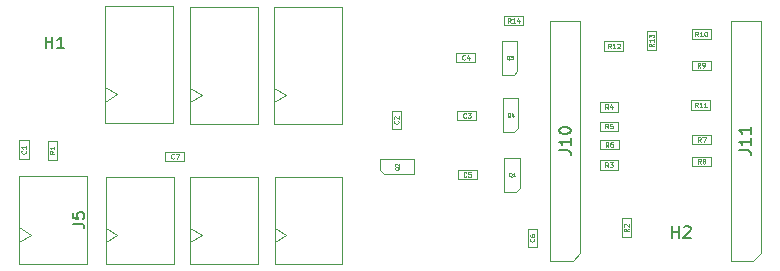
<source format=gbr>
%TF.GenerationSoftware,KiCad,Pcbnew,9.0.3*%
%TF.CreationDate,2025-09-10T20:52:42+09:00*%
%TF.ProjectId,mirror_Shooter_v2,6d697272-6f72-45f5-9368-6f6f7465725f,rev?*%
%TF.SameCoordinates,Original*%
%TF.FileFunction,AssemblyDrawing,Top*%
%FSLAX46Y46*%
G04 Gerber Fmt 4.6, Leading zero omitted, Abs format (unit mm)*
G04 Created by KiCad (PCBNEW 9.0.3) date 2025-09-10 20:52:42*
%MOMM*%
%LPD*%
G01*
G04 APERTURE LIST*
%ADD10C,0.060000*%
%ADD11C,0.150000*%
%ADD12C,0.050000*%
%ADD13C,0.100000*%
G04 APERTURE END LIST*
D10*
X202053857Y-100384927D02*
X201920524Y-100194451D01*
X201825286Y-100384927D02*
X201825286Y-99984927D01*
X201825286Y-99984927D02*
X201977667Y-99984927D01*
X201977667Y-99984927D02*
X202015762Y-100003975D01*
X202015762Y-100003975D02*
X202034809Y-100023022D01*
X202034809Y-100023022D02*
X202053857Y-100061118D01*
X202053857Y-100061118D02*
X202053857Y-100118260D01*
X202053857Y-100118260D02*
X202034809Y-100156356D01*
X202034809Y-100156356D02*
X202015762Y-100175403D01*
X202015762Y-100175403D02*
X201977667Y-100194451D01*
X201977667Y-100194451D02*
X201825286Y-100194451D01*
X202434809Y-100384927D02*
X202206238Y-100384927D01*
X202320524Y-100384927D02*
X202320524Y-99984927D01*
X202320524Y-99984927D02*
X202282428Y-100042070D01*
X202282428Y-100042070D02*
X202244333Y-100080165D01*
X202244333Y-100080165D02*
X202206238Y-100099213D01*
X202777666Y-100118260D02*
X202777666Y-100384927D01*
X202682428Y-99965880D02*
X202587190Y-100251594D01*
X202587190Y-100251594D02*
X202834809Y-100251594D01*
X214176927Y-102137642D02*
X213986451Y-102270975D01*
X214176927Y-102366213D02*
X213776927Y-102366213D01*
X213776927Y-102366213D02*
X213776927Y-102213832D01*
X213776927Y-102213832D02*
X213795975Y-102175737D01*
X213795975Y-102175737D02*
X213815022Y-102156690D01*
X213815022Y-102156690D02*
X213853118Y-102137642D01*
X213853118Y-102137642D02*
X213910260Y-102137642D01*
X213910260Y-102137642D02*
X213948356Y-102156690D01*
X213948356Y-102156690D02*
X213967403Y-102175737D01*
X213967403Y-102175737D02*
X213986451Y-102213832D01*
X213986451Y-102213832D02*
X213986451Y-102366213D01*
X214176927Y-101756690D02*
X214176927Y-101985261D01*
X214176927Y-101870975D02*
X213776927Y-101870975D01*
X213776927Y-101870975D02*
X213834070Y-101909071D01*
X213834070Y-101909071D02*
X213872165Y-101947166D01*
X213872165Y-101947166D02*
X213891213Y-101985261D01*
X213776927Y-101623357D02*
X213776927Y-101375738D01*
X213776927Y-101375738D02*
X213929308Y-101509071D01*
X213929308Y-101509071D02*
X213929308Y-101451928D01*
X213929308Y-101451928D02*
X213948356Y-101413833D01*
X213948356Y-101413833D02*
X213967403Y-101394785D01*
X213967403Y-101394785D02*
X214005499Y-101375738D01*
X214005499Y-101375738D02*
X214100737Y-101375738D01*
X214100737Y-101375738D02*
X214138832Y-101394785D01*
X214138832Y-101394785D02*
X214157880Y-101413833D01*
X214157880Y-101413833D02*
X214176927Y-101451928D01*
X214176927Y-101451928D02*
X214176927Y-101566214D01*
X214176927Y-101566214D02*
X214157880Y-101604309D01*
X214157880Y-101604309D02*
X214138832Y-101623357D01*
X210536357Y-102543927D02*
X210403024Y-102353451D01*
X210307786Y-102543927D02*
X210307786Y-102143927D01*
X210307786Y-102143927D02*
X210460167Y-102143927D01*
X210460167Y-102143927D02*
X210498262Y-102162975D01*
X210498262Y-102162975D02*
X210517309Y-102182022D01*
X210517309Y-102182022D02*
X210536357Y-102220118D01*
X210536357Y-102220118D02*
X210536357Y-102277260D01*
X210536357Y-102277260D02*
X210517309Y-102315356D01*
X210517309Y-102315356D02*
X210498262Y-102334403D01*
X210498262Y-102334403D02*
X210460167Y-102353451D01*
X210460167Y-102353451D02*
X210307786Y-102353451D01*
X210917309Y-102543927D02*
X210688738Y-102543927D01*
X210803024Y-102543927D02*
X210803024Y-102143927D01*
X210803024Y-102143927D02*
X210764928Y-102201070D01*
X210764928Y-102201070D02*
X210726833Y-102239165D01*
X210726833Y-102239165D02*
X210688738Y-102258213D01*
X211069690Y-102182022D02*
X211088738Y-102162975D01*
X211088738Y-102162975D02*
X211126833Y-102143927D01*
X211126833Y-102143927D02*
X211222071Y-102143927D01*
X211222071Y-102143927D02*
X211260166Y-102162975D01*
X211260166Y-102162975D02*
X211279214Y-102182022D01*
X211279214Y-102182022D02*
X211298261Y-102220118D01*
X211298261Y-102220118D02*
X211298261Y-102258213D01*
X211298261Y-102258213D02*
X211279214Y-102315356D01*
X211279214Y-102315356D02*
X211050642Y-102543927D01*
X211050642Y-102543927D02*
X211298261Y-102543927D01*
D11*
X164968819Y-117407333D02*
X165683104Y-117407333D01*
X165683104Y-117407333D02*
X165825961Y-117454952D01*
X165825961Y-117454952D02*
X165921200Y-117550190D01*
X165921200Y-117550190D02*
X165968819Y-117693047D01*
X165968819Y-117693047D02*
X165968819Y-117788285D01*
X164968819Y-116454952D02*
X164968819Y-116931142D01*
X164968819Y-116931142D02*
X165445009Y-116978761D01*
X165445009Y-116978761D02*
X165397390Y-116931142D01*
X165397390Y-116931142D02*
X165349771Y-116835904D01*
X165349771Y-116835904D02*
X165349771Y-116597809D01*
X165349771Y-116597809D02*
X165397390Y-116502571D01*
X165397390Y-116502571D02*
X165445009Y-116454952D01*
X165445009Y-116454952D02*
X165540247Y-116407333D01*
X165540247Y-116407333D02*
X165778342Y-116407333D01*
X165778342Y-116407333D02*
X165873580Y-116454952D01*
X165873580Y-116454952D02*
X165921200Y-116502571D01*
X165921200Y-116502571D02*
X165968819Y-116597809D01*
X165968819Y-116597809D02*
X165968819Y-116835904D01*
X165968819Y-116835904D02*
X165921200Y-116931142D01*
X165921200Y-116931142D02*
X165873580Y-116978761D01*
X162688095Y-102554819D02*
X162688095Y-101554819D01*
X162688095Y-102031009D02*
X163259523Y-102031009D01*
X163259523Y-102554819D02*
X163259523Y-101554819D01*
X164259523Y-102554819D02*
X163688095Y-102554819D01*
X163973809Y-102554819D02*
X163973809Y-101554819D01*
X163973809Y-101554819D02*
X163878571Y-101697676D01*
X163878571Y-101697676D02*
X163783333Y-101792914D01*
X163783333Y-101792914D02*
X163688095Y-101840533D01*
X215728095Y-118594819D02*
X215728095Y-117594819D01*
X215728095Y-118071009D02*
X216299523Y-118071009D01*
X216299523Y-118594819D02*
X216299523Y-117594819D01*
X216728095Y-117690057D02*
X216775714Y-117642438D01*
X216775714Y-117642438D02*
X216870952Y-117594819D01*
X216870952Y-117594819D02*
X217109047Y-117594819D01*
X217109047Y-117594819D02*
X217204285Y-117642438D01*
X217204285Y-117642438D02*
X217251904Y-117690057D01*
X217251904Y-117690057D02*
X217299523Y-117785295D01*
X217299523Y-117785295D02*
X217299523Y-117880533D01*
X217299523Y-117880533D02*
X217251904Y-118023390D01*
X217251904Y-118023390D02*
X216680476Y-118594819D01*
X216680476Y-118594819D02*
X217299523Y-118594819D01*
X206154819Y-111159523D02*
X206869104Y-111159523D01*
X206869104Y-111159523D02*
X207011961Y-111207142D01*
X207011961Y-111207142D02*
X207107200Y-111302380D01*
X207107200Y-111302380D02*
X207154819Y-111445237D01*
X207154819Y-111445237D02*
X207154819Y-111540475D01*
X207154819Y-110159523D02*
X207154819Y-110730951D01*
X207154819Y-110445237D02*
X206154819Y-110445237D01*
X206154819Y-110445237D02*
X206297676Y-110540475D01*
X206297676Y-110540475D02*
X206392914Y-110635713D01*
X206392914Y-110635713D02*
X206440533Y-110730951D01*
X206154819Y-109540475D02*
X206154819Y-109445237D01*
X206154819Y-109445237D02*
X206202438Y-109349999D01*
X206202438Y-109349999D02*
X206250057Y-109302380D01*
X206250057Y-109302380D02*
X206345295Y-109254761D01*
X206345295Y-109254761D02*
X206535771Y-109207142D01*
X206535771Y-109207142D02*
X206773866Y-109207142D01*
X206773866Y-109207142D02*
X206964342Y-109254761D01*
X206964342Y-109254761D02*
X207059580Y-109302380D01*
X207059580Y-109302380D02*
X207107200Y-109349999D01*
X207107200Y-109349999D02*
X207154819Y-109445237D01*
X207154819Y-109445237D02*
X207154819Y-109540475D01*
X207154819Y-109540475D02*
X207107200Y-109635713D01*
X207107200Y-109635713D02*
X207059580Y-109683332D01*
X207059580Y-109683332D02*
X206964342Y-109730951D01*
X206964342Y-109730951D02*
X206773866Y-109778570D01*
X206773866Y-109778570D02*
X206535771Y-109778570D01*
X206535771Y-109778570D02*
X206345295Y-109730951D01*
X206345295Y-109730951D02*
X206250057Y-109683332D01*
X206250057Y-109683332D02*
X206202438Y-109635713D01*
X206202438Y-109635713D02*
X206154819Y-109540475D01*
D10*
X163431927Y-111254166D02*
X163241451Y-111387499D01*
X163431927Y-111482737D02*
X163031927Y-111482737D01*
X163031927Y-111482737D02*
X163031927Y-111330356D01*
X163031927Y-111330356D02*
X163050975Y-111292261D01*
X163050975Y-111292261D02*
X163070022Y-111273214D01*
X163070022Y-111273214D02*
X163108118Y-111254166D01*
X163108118Y-111254166D02*
X163165260Y-111254166D01*
X163165260Y-111254166D02*
X163203356Y-111273214D01*
X163203356Y-111273214D02*
X163222403Y-111292261D01*
X163222403Y-111292261D02*
X163241451Y-111330356D01*
X163241451Y-111330356D02*
X163241451Y-111482737D01*
X163431927Y-110873214D02*
X163431927Y-111101785D01*
X163431927Y-110987499D02*
X163031927Y-110987499D01*
X163031927Y-110987499D02*
X163089070Y-111025595D01*
X163089070Y-111025595D02*
X163127165Y-111063690D01*
X163127165Y-111063690D02*
X163146213Y-111101785D01*
X210320833Y-107681927D02*
X210187500Y-107491451D01*
X210092262Y-107681927D02*
X210092262Y-107281927D01*
X210092262Y-107281927D02*
X210244643Y-107281927D01*
X210244643Y-107281927D02*
X210282738Y-107300975D01*
X210282738Y-107300975D02*
X210301785Y-107320022D01*
X210301785Y-107320022D02*
X210320833Y-107358118D01*
X210320833Y-107358118D02*
X210320833Y-107415260D01*
X210320833Y-107415260D02*
X210301785Y-107453356D01*
X210301785Y-107453356D02*
X210282738Y-107472403D01*
X210282738Y-107472403D02*
X210244643Y-107491451D01*
X210244643Y-107491451D02*
X210092262Y-107491451D01*
X210663690Y-107415260D02*
X210663690Y-107681927D01*
X210568452Y-107262880D02*
X210473214Y-107548594D01*
X210473214Y-107548594D02*
X210720833Y-107548594D01*
X218169033Y-110468727D02*
X218035700Y-110278251D01*
X217940462Y-110468727D02*
X217940462Y-110068727D01*
X217940462Y-110068727D02*
X218092843Y-110068727D01*
X218092843Y-110068727D02*
X218130938Y-110087775D01*
X218130938Y-110087775D02*
X218149985Y-110106822D01*
X218149985Y-110106822D02*
X218169033Y-110144918D01*
X218169033Y-110144918D02*
X218169033Y-110202060D01*
X218169033Y-110202060D02*
X218149985Y-110240156D01*
X218149985Y-110240156D02*
X218130938Y-110259203D01*
X218130938Y-110259203D02*
X218092843Y-110278251D01*
X218092843Y-110278251D02*
X217940462Y-110278251D01*
X218302366Y-110068727D02*
X218569033Y-110068727D01*
X218569033Y-110068727D02*
X218397604Y-110468727D01*
X204043832Y-118666666D02*
X204062880Y-118685714D01*
X204062880Y-118685714D02*
X204081927Y-118742856D01*
X204081927Y-118742856D02*
X204081927Y-118780952D01*
X204081927Y-118780952D02*
X204062880Y-118838095D01*
X204062880Y-118838095D02*
X204024784Y-118876190D01*
X204024784Y-118876190D02*
X203986689Y-118895237D01*
X203986689Y-118895237D02*
X203910499Y-118914285D01*
X203910499Y-118914285D02*
X203853356Y-118914285D01*
X203853356Y-118914285D02*
X203777165Y-118895237D01*
X203777165Y-118895237D02*
X203739070Y-118876190D01*
X203739070Y-118876190D02*
X203700975Y-118838095D01*
X203700975Y-118838095D02*
X203681927Y-118780952D01*
X203681927Y-118780952D02*
X203681927Y-118742856D01*
X203681927Y-118742856D02*
X203700975Y-118685714D01*
X203700975Y-118685714D02*
X203720022Y-118666666D01*
X203681927Y-118323809D02*
X203681927Y-118399999D01*
X203681927Y-118399999D02*
X203700975Y-118438095D01*
X203700975Y-118438095D02*
X203720022Y-118457142D01*
X203720022Y-118457142D02*
X203777165Y-118495237D01*
X203777165Y-118495237D02*
X203853356Y-118514285D01*
X203853356Y-118514285D02*
X204005737Y-118514285D01*
X204005737Y-118514285D02*
X204043832Y-118495237D01*
X204043832Y-118495237D02*
X204062880Y-118476190D01*
X204062880Y-118476190D02*
X204081927Y-118438095D01*
X204081927Y-118438095D02*
X204081927Y-118361904D01*
X204081927Y-118361904D02*
X204062880Y-118323809D01*
X204062880Y-118323809D02*
X204043832Y-118304761D01*
X204043832Y-118304761D02*
X204005737Y-118285714D01*
X204005737Y-118285714D02*
X203910499Y-118285714D01*
X203910499Y-118285714D02*
X203872403Y-118304761D01*
X203872403Y-118304761D02*
X203853356Y-118323809D01*
X203853356Y-118323809D02*
X203834308Y-118361904D01*
X203834308Y-118361904D02*
X203834308Y-118438095D01*
X203834308Y-118438095D02*
X203853356Y-118476190D01*
X203853356Y-118476190D02*
X203872403Y-118495237D01*
X203872403Y-118495237D02*
X203910499Y-118514285D01*
X217900357Y-107531927D02*
X217767024Y-107341451D01*
X217671786Y-107531927D02*
X217671786Y-107131927D01*
X217671786Y-107131927D02*
X217824167Y-107131927D01*
X217824167Y-107131927D02*
X217862262Y-107150975D01*
X217862262Y-107150975D02*
X217881309Y-107170022D01*
X217881309Y-107170022D02*
X217900357Y-107208118D01*
X217900357Y-107208118D02*
X217900357Y-107265260D01*
X217900357Y-107265260D02*
X217881309Y-107303356D01*
X217881309Y-107303356D02*
X217862262Y-107322403D01*
X217862262Y-107322403D02*
X217824167Y-107341451D01*
X217824167Y-107341451D02*
X217671786Y-107341451D01*
X218281309Y-107531927D02*
X218052738Y-107531927D01*
X218167024Y-107531927D02*
X218167024Y-107131927D01*
X218167024Y-107131927D02*
X218128928Y-107189070D01*
X218128928Y-107189070D02*
X218090833Y-107227165D01*
X218090833Y-107227165D02*
X218052738Y-107246213D01*
X218662261Y-107531927D02*
X218433690Y-107531927D01*
X218547976Y-107531927D02*
X218547976Y-107131927D01*
X218547976Y-107131927D02*
X218509880Y-107189070D01*
X218509880Y-107189070D02*
X218471785Y-107227165D01*
X218471785Y-107227165D02*
X218433690Y-107246213D01*
X210320833Y-112592927D02*
X210187500Y-112402451D01*
X210092262Y-112592927D02*
X210092262Y-112192927D01*
X210092262Y-112192927D02*
X210244643Y-112192927D01*
X210244643Y-112192927D02*
X210282738Y-112211975D01*
X210282738Y-112211975D02*
X210301785Y-112231022D01*
X210301785Y-112231022D02*
X210320833Y-112269118D01*
X210320833Y-112269118D02*
X210320833Y-112326260D01*
X210320833Y-112326260D02*
X210301785Y-112364356D01*
X210301785Y-112364356D02*
X210282738Y-112383403D01*
X210282738Y-112383403D02*
X210244643Y-112402451D01*
X210244643Y-112402451D02*
X210092262Y-112402451D01*
X210454166Y-112192927D02*
X210701785Y-112192927D01*
X210701785Y-112192927D02*
X210568452Y-112345308D01*
X210568452Y-112345308D02*
X210625595Y-112345308D01*
X210625595Y-112345308D02*
X210663690Y-112364356D01*
X210663690Y-112364356D02*
X210682738Y-112383403D01*
X210682738Y-112383403D02*
X210701785Y-112421499D01*
X210701785Y-112421499D02*
X210701785Y-112516737D01*
X210701785Y-112516737D02*
X210682738Y-112554832D01*
X210682738Y-112554832D02*
X210663690Y-112573880D01*
X210663690Y-112573880D02*
X210625595Y-112592927D01*
X210625595Y-112592927D02*
X210511309Y-112592927D01*
X210511309Y-112592927D02*
X210473214Y-112573880D01*
X210473214Y-112573880D02*
X210454166Y-112554832D01*
X212041927Y-117806666D02*
X211851451Y-117939999D01*
X212041927Y-118035237D02*
X211641927Y-118035237D01*
X211641927Y-118035237D02*
X211641927Y-117882856D01*
X211641927Y-117882856D02*
X211660975Y-117844761D01*
X211660975Y-117844761D02*
X211680022Y-117825714D01*
X211680022Y-117825714D02*
X211718118Y-117806666D01*
X211718118Y-117806666D02*
X211775260Y-117806666D01*
X211775260Y-117806666D02*
X211813356Y-117825714D01*
X211813356Y-117825714D02*
X211832403Y-117844761D01*
X211832403Y-117844761D02*
X211851451Y-117882856D01*
X211851451Y-117882856D02*
X211851451Y-118035237D01*
X211680022Y-117654285D02*
X211660975Y-117635237D01*
X211660975Y-117635237D02*
X211641927Y-117597142D01*
X211641927Y-117597142D02*
X211641927Y-117501904D01*
X211641927Y-117501904D02*
X211660975Y-117463809D01*
X211660975Y-117463809D02*
X211680022Y-117444761D01*
X211680022Y-117444761D02*
X211718118Y-117425714D01*
X211718118Y-117425714D02*
X211756213Y-117425714D01*
X211756213Y-117425714D02*
X211813356Y-117444761D01*
X211813356Y-117444761D02*
X212041927Y-117673333D01*
X212041927Y-117673333D02*
X212041927Y-117425714D01*
D12*
X202032023Y-108375914D02*
X202001547Y-108360676D01*
X202001547Y-108360676D02*
X201971071Y-108330200D01*
X201971071Y-108330200D02*
X201925357Y-108284485D01*
X201925357Y-108284485D02*
X201894880Y-108269247D01*
X201894880Y-108269247D02*
X201864404Y-108269247D01*
X201879642Y-108345438D02*
X201849166Y-108330200D01*
X201849166Y-108330200D02*
X201818690Y-108299723D01*
X201818690Y-108299723D02*
X201803452Y-108238771D01*
X201803452Y-108238771D02*
X201803452Y-108132104D01*
X201803452Y-108132104D02*
X201818690Y-108071152D01*
X201818690Y-108071152D02*
X201849166Y-108040676D01*
X201849166Y-108040676D02*
X201879642Y-108025438D01*
X201879642Y-108025438D02*
X201940595Y-108025438D01*
X201940595Y-108025438D02*
X201971071Y-108040676D01*
X201971071Y-108040676D02*
X202001547Y-108071152D01*
X202001547Y-108071152D02*
X202016785Y-108132104D01*
X202016785Y-108132104D02*
X202016785Y-108238771D01*
X202016785Y-108238771D02*
X202001547Y-108299723D01*
X202001547Y-108299723D02*
X201971071Y-108330200D01*
X201971071Y-108330200D02*
X201940595Y-108345438D01*
X201940595Y-108345438D02*
X201879642Y-108345438D01*
X202291071Y-108132104D02*
X202291071Y-108345438D01*
X202214880Y-108010200D02*
X202138690Y-108238771D01*
X202138690Y-108238771D02*
X202336785Y-108238771D01*
D10*
X217929957Y-101527927D02*
X217796624Y-101337451D01*
X217701386Y-101527927D02*
X217701386Y-101127927D01*
X217701386Y-101127927D02*
X217853767Y-101127927D01*
X217853767Y-101127927D02*
X217891862Y-101146975D01*
X217891862Y-101146975D02*
X217910909Y-101166022D01*
X217910909Y-101166022D02*
X217929957Y-101204118D01*
X217929957Y-101204118D02*
X217929957Y-101261260D01*
X217929957Y-101261260D02*
X217910909Y-101299356D01*
X217910909Y-101299356D02*
X217891862Y-101318403D01*
X217891862Y-101318403D02*
X217853767Y-101337451D01*
X217853767Y-101337451D02*
X217701386Y-101337451D01*
X218310909Y-101527927D02*
X218082338Y-101527927D01*
X218196624Y-101527927D02*
X218196624Y-101127927D01*
X218196624Y-101127927D02*
X218158528Y-101185070D01*
X218158528Y-101185070D02*
X218120433Y-101223165D01*
X218120433Y-101223165D02*
X218082338Y-101242213D01*
X218558528Y-101127927D02*
X218596623Y-101127927D01*
X218596623Y-101127927D02*
X218634719Y-101146975D01*
X218634719Y-101146975D02*
X218653766Y-101166022D01*
X218653766Y-101166022D02*
X218672814Y-101204118D01*
X218672814Y-101204118D02*
X218691861Y-101280308D01*
X218691861Y-101280308D02*
X218691861Y-101375546D01*
X218691861Y-101375546D02*
X218672814Y-101451737D01*
X218672814Y-101451737D02*
X218653766Y-101489832D01*
X218653766Y-101489832D02*
X218634719Y-101508880D01*
X218634719Y-101508880D02*
X218596623Y-101527927D01*
X218596623Y-101527927D02*
X218558528Y-101527927D01*
X218558528Y-101527927D02*
X218520433Y-101508880D01*
X218520433Y-101508880D02*
X218501385Y-101489832D01*
X218501385Y-101489832D02*
X218482338Y-101451737D01*
X218482338Y-101451737D02*
X218463290Y-101375546D01*
X218463290Y-101375546D02*
X218463290Y-101280308D01*
X218463290Y-101280308D02*
X218482338Y-101204118D01*
X218482338Y-101204118D02*
X218501385Y-101166022D01*
X218501385Y-101166022D02*
X218520433Y-101146975D01*
X218520433Y-101146975D02*
X218558528Y-101127927D01*
X210320833Y-109332927D02*
X210187500Y-109142451D01*
X210092262Y-109332927D02*
X210092262Y-108932927D01*
X210092262Y-108932927D02*
X210244643Y-108932927D01*
X210244643Y-108932927D02*
X210282738Y-108951975D01*
X210282738Y-108951975D02*
X210301785Y-108971022D01*
X210301785Y-108971022D02*
X210320833Y-109009118D01*
X210320833Y-109009118D02*
X210320833Y-109066260D01*
X210320833Y-109066260D02*
X210301785Y-109104356D01*
X210301785Y-109104356D02*
X210282738Y-109123403D01*
X210282738Y-109123403D02*
X210244643Y-109142451D01*
X210244643Y-109142451D02*
X210092262Y-109142451D01*
X210682738Y-108932927D02*
X210492262Y-108932927D01*
X210492262Y-108932927D02*
X210473214Y-109123403D01*
X210473214Y-109123403D02*
X210492262Y-109104356D01*
X210492262Y-109104356D02*
X210530357Y-109085308D01*
X210530357Y-109085308D02*
X210625595Y-109085308D01*
X210625595Y-109085308D02*
X210663690Y-109104356D01*
X210663690Y-109104356D02*
X210682738Y-109123403D01*
X210682738Y-109123403D02*
X210701785Y-109161499D01*
X210701785Y-109161499D02*
X210701785Y-109256737D01*
X210701785Y-109256737D02*
X210682738Y-109294832D01*
X210682738Y-109294832D02*
X210663690Y-109313880D01*
X210663690Y-109313880D02*
X210625595Y-109332927D01*
X210625595Y-109332927D02*
X210530357Y-109332927D01*
X210530357Y-109332927D02*
X210492262Y-109313880D01*
X210492262Y-109313880D02*
X210473214Y-109294832D01*
X198320833Y-113393832D02*
X198301785Y-113412880D01*
X198301785Y-113412880D02*
X198244643Y-113431927D01*
X198244643Y-113431927D02*
X198206547Y-113431927D01*
X198206547Y-113431927D02*
X198149404Y-113412880D01*
X198149404Y-113412880D02*
X198111309Y-113374784D01*
X198111309Y-113374784D02*
X198092262Y-113336689D01*
X198092262Y-113336689D02*
X198073214Y-113260499D01*
X198073214Y-113260499D02*
X198073214Y-113203356D01*
X198073214Y-113203356D02*
X198092262Y-113127165D01*
X198092262Y-113127165D02*
X198111309Y-113089070D01*
X198111309Y-113089070D02*
X198149404Y-113050975D01*
X198149404Y-113050975D02*
X198206547Y-113031927D01*
X198206547Y-113031927D02*
X198244643Y-113031927D01*
X198244643Y-113031927D02*
X198301785Y-113050975D01*
X198301785Y-113050975D02*
X198320833Y-113070022D01*
X198682738Y-113031927D02*
X198492262Y-113031927D01*
X198492262Y-113031927D02*
X198473214Y-113222403D01*
X198473214Y-113222403D02*
X198492262Y-113203356D01*
X198492262Y-113203356D02*
X198530357Y-113184308D01*
X198530357Y-113184308D02*
X198625595Y-113184308D01*
X198625595Y-113184308D02*
X198663690Y-113203356D01*
X198663690Y-113203356D02*
X198682738Y-113222403D01*
X198682738Y-113222403D02*
X198701785Y-113260499D01*
X198701785Y-113260499D02*
X198701785Y-113355737D01*
X198701785Y-113355737D02*
X198682738Y-113393832D01*
X198682738Y-113393832D02*
X198663690Y-113412880D01*
X198663690Y-113412880D02*
X198625595Y-113431927D01*
X198625595Y-113431927D02*
X198530357Y-113431927D01*
X198530357Y-113431927D02*
X198492262Y-113412880D01*
X198492262Y-113412880D02*
X198473214Y-113393832D01*
D12*
X202157023Y-113425914D02*
X202126547Y-113410676D01*
X202126547Y-113410676D02*
X202096071Y-113380200D01*
X202096071Y-113380200D02*
X202050357Y-113334485D01*
X202050357Y-113334485D02*
X202019880Y-113319247D01*
X202019880Y-113319247D02*
X201989404Y-113319247D01*
X202004642Y-113395438D02*
X201974166Y-113380200D01*
X201974166Y-113380200D02*
X201943690Y-113349723D01*
X201943690Y-113349723D02*
X201928452Y-113288771D01*
X201928452Y-113288771D02*
X201928452Y-113182104D01*
X201928452Y-113182104D02*
X201943690Y-113121152D01*
X201943690Y-113121152D02*
X201974166Y-113090676D01*
X201974166Y-113090676D02*
X202004642Y-113075438D01*
X202004642Y-113075438D02*
X202065595Y-113075438D01*
X202065595Y-113075438D02*
X202096071Y-113090676D01*
X202096071Y-113090676D02*
X202126547Y-113121152D01*
X202126547Y-113121152D02*
X202141785Y-113182104D01*
X202141785Y-113182104D02*
X202141785Y-113288771D01*
X202141785Y-113288771D02*
X202126547Y-113349723D01*
X202126547Y-113349723D02*
X202096071Y-113380200D01*
X202096071Y-113380200D02*
X202065595Y-113395438D01*
X202065595Y-113395438D02*
X202004642Y-113395438D01*
X202446547Y-113395438D02*
X202263690Y-113395438D01*
X202355118Y-113395438D02*
X202355118Y-113075438D01*
X202355118Y-113075438D02*
X202324642Y-113121152D01*
X202324642Y-113121152D02*
X202294166Y-113151628D01*
X202294166Y-113151628D02*
X202263690Y-113166866D01*
D10*
X198295833Y-108393832D02*
X198276785Y-108412880D01*
X198276785Y-108412880D02*
X198219643Y-108431927D01*
X198219643Y-108431927D02*
X198181547Y-108431927D01*
X198181547Y-108431927D02*
X198124404Y-108412880D01*
X198124404Y-108412880D02*
X198086309Y-108374784D01*
X198086309Y-108374784D02*
X198067262Y-108336689D01*
X198067262Y-108336689D02*
X198048214Y-108260499D01*
X198048214Y-108260499D02*
X198048214Y-108203356D01*
X198048214Y-108203356D02*
X198067262Y-108127165D01*
X198067262Y-108127165D02*
X198086309Y-108089070D01*
X198086309Y-108089070D02*
X198124404Y-108050975D01*
X198124404Y-108050975D02*
X198181547Y-108031927D01*
X198181547Y-108031927D02*
X198219643Y-108031927D01*
X198219643Y-108031927D02*
X198276785Y-108050975D01*
X198276785Y-108050975D02*
X198295833Y-108070022D01*
X198429166Y-108031927D02*
X198676785Y-108031927D01*
X198676785Y-108031927D02*
X198543452Y-108184308D01*
X198543452Y-108184308D02*
X198600595Y-108184308D01*
X198600595Y-108184308D02*
X198638690Y-108203356D01*
X198638690Y-108203356D02*
X198657738Y-108222403D01*
X198657738Y-108222403D02*
X198676785Y-108260499D01*
X198676785Y-108260499D02*
X198676785Y-108355737D01*
X198676785Y-108355737D02*
X198657738Y-108393832D01*
X198657738Y-108393832D02*
X198638690Y-108412880D01*
X198638690Y-108412880D02*
X198600595Y-108431927D01*
X198600595Y-108431927D02*
X198486309Y-108431927D01*
X198486309Y-108431927D02*
X198448214Y-108412880D01*
X198448214Y-108412880D02*
X198429166Y-108393832D01*
X218120433Y-104169527D02*
X217987100Y-103979051D01*
X217891862Y-104169527D02*
X217891862Y-103769527D01*
X217891862Y-103769527D02*
X218044243Y-103769527D01*
X218044243Y-103769527D02*
X218082338Y-103788575D01*
X218082338Y-103788575D02*
X218101385Y-103807622D01*
X218101385Y-103807622D02*
X218120433Y-103845718D01*
X218120433Y-103845718D02*
X218120433Y-103902860D01*
X218120433Y-103902860D02*
X218101385Y-103940956D01*
X218101385Y-103940956D02*
X218082338Y-103960003D01*
X218082338Y-103960003D02*
X218044243Y-103979051D01*
X218044243Y-103979051D02*
X217891862Y-103979051D01*
X218310909Y-104169527D02*
X218387100Y-104169527D01*
X218387100Y-104169527D02*
X218425195Y-104150480D01*
X218425195Y-104150480D02*
X218444243Y-104131432D01*
X218444243Y-104131432D02*
X218482338Y-104074289D01*
X218482338Y-104074289D02*
X218501385Y-103998099D01*
X218501385Y-103998099D02*
X218501385Y-103845718D01*
X218501385Y-103845718D02*
X218482338Y-103807622D01*
X218482338Y-103807622D02*
X218463290Y-103788575D01*
X218463290Y-103788575D02*
X218425195Y-103769527D01*
X218425195Y-103769527D02*
X218349004Y-103769527D01*
X218349004Y-103769527D02*
X218310909Y-103788575D01*
X218310909Y-103788575D02*
X218291862Y-103807622D01*
X218291862Y-103807622D02*
X218272814Y-103845718D01*
X218272814Y-103845718D02*
X218272814Y-103940956D01*
X218272814Y-103940956D02*
X218291862Y-103979051D01*
X218291862Y-103979051D02*
X218310909Y-103998099D01*
X218310909Y-103998099D02*
X218349004Y-104017146D01*
X218349004Y-104017146D02*
X218425195Y-104017146D01*
X218425195Y-104017146D02*
X218463290Y-103998099D01*
X218463290Y-103998099D02*
X218482338Y-103979051D01*
X218482338Y-103979051D02*
X218501385Y-103940956D01*
X160993832Y-111204166D02*
X161012880Y-111223214D01*
X161012880Y-111223214D02*
X161031927Y-111280356D01*
X161031927Y-111280356D02*
X161031927Y-111318452D01*
X161031927Y-111318452D02*
X161012880Y-111375595D01*
X161012880Y-111375595D02*
X160974784Y-111413690D01*
X160974784Y-111413690D02*
X160936689Y-111432737D01*
X160936689Y-111432737D02*
X160860499Y-111451785D01*
X160860499Y-111451785D02*
X160803356Y-111451785D01*
X160803356Y-111451785D02*
X160727165Y-111432737D01*
X160727165Y-111432737D02*
X160689070Y-111413690D01*
X160689070Y-111413690D02*
X160650975Y-111375595D01*
X160650975Y-111375595D02*
X160631927Y-111318452D01*
X160631927Y-111318452D02*
X160631927Y-111280356D01*
X160631927Y-111280356D02*
X160650975Y-111223214D01*
X160650975Y-111223214D02*
X160670022Y-111204166D01*
X161031927Y-110823214D02*
X161031927Y-111051785D01*
X161031927Y-110937499D02*
X160631927Y-110937499D01*
X160631927Y-110937499D02*
X160689070Y-110975595D01*
X160689070Y-110975595D02*
X160727165Y-111013690D01*
X160727165Y-111013690D02*
X160746213Y-111051785D01*
X210344033Y-110891127D02*
X210210700Y-110700651D01*
X210115462Y-110891127D02*
X210115462Y-110491127D01*
X210115462Y-110491127D02*
X210267843Y-110491127D01*
X210267843Y-110491127D02*
X210305938Y-110510175D01*
X210305938Y-110510175D02*
X210324985Y-110529222D01*
X210324985Y-110529222D02*
X210344033Y-110567318D01*
X210344033Y-110567318D02*
X210344033Y-110624460D01*
X210344033Y-110624460D02*
X210324985Y-110662556D01*
X210324985Y-110662556D02*
X210305938Y-110681603D01*
X210305938Y-110681603D02*
X210267843Y-110700651D01*
X210267843Y-110700651D02*
X210115462Y-110700651D01*
X210686890Y-110491127D02*
X210610700Y-110491127D01*
X210610700Y-110491127D02*
X210572604Y-110510175D01*
X210572604Y-110510175D02*
X210553557Y-110529222D01*
X210553557Y-110529222D02*
X210515462Y-110586365D01*
X210515462Y-110586365D02*
X210496414Y-110662556D01*
X210496414Y-110662556D02*
X210496414Y-110814937D01*
X210496414Y-110814937D02*
X210515462Y-110853032D01*
X210515462Y-110853032D02*
X210534509Y-110872080D01*
X210534509Y-110872080D02*
X210572604Y-110891127D01*
X210572604Y-110891127D02*
X210648795Y-110891127D01*
X210648795Y-110891127D02*
X210686890Y-110872080D01*
X210686890Y-110872080D02*
X210705938Y-110853032D01*
X210705938Y-110853032D02*
X210724985Y-110814937D01*
X210724985Y-110814937D02*
X210724985Y-110719699D01*
X210724985Y-110719699D02*
X210705938Y-110681603D01*
X210705938Y-110681603D02*
X210686890Y-110662556D01*
X210686890Y-110662556D02*
X210648795Y-110643508D01*
X210648795Y-110643508D02*
X210572604Y-110643508D01*
X210572604Y-110643508D02*
X210534509Y-110662556D01*
X210534509Y-110662556D02*
X210515462Y-110681603D01*
X210515462Y-110681603D02*
X210496414Y-110719699D01*
D12*
X201950323Y-103517214D02*
X201919847Y-103501976D01*
X201919847Y-103501976D02*
X201889371Y-103471500D01*
X201889371Y-103471500D02*
X201843657Y-103425785D01*
X201843657Y-103425785D02*
X201813180Y-103410547D01*
X201813180Y-103410547D02*
X201782704Y-103410547D01*
X201797942Y-103486738D02*
X201767466Y-103471500D01*
X201767466Y-103471500D02*
X201736990Y-103441023D01*
X201736990Y-103441023D02*
X201721752Y-103380071D01*
X201721752Y-103380071D02*
X201721752Y-103273404D01*
X201721752Y-103273404D02*
X201736990Y-103212452D01*
X201736990Y-103212452D02*
X201767466Y-103181976D01*
X201767466Y-103181976D02*
X201797942Y-103166738D01*
X201797942Y-103166738D02*
X201858895Y-103166738D01*
X201858895Y-103166738D02*
X201889371Y-103181976D01*
X201889371Y-103181976D02*
X201919847Y-103212452D01*
X201919847Y-103212452D02*
X201935085Y-103273404D01*
X201935085Y-103273404D02*
X201935085Y-103380071D01*
X201935085Y-103380071D02*
X201919847Y-103441023D01*
X201919847Y-103441023D02*
X201889371Y-103471500D01*
X201889371Y-103471500D02*
X201858895Y-103486738D01*
X201858895Y-103486738D02*
X201797942Y-103486738D01*
X202041752Y-103166738D02*
X202239847Y-103166738D01*
X202239847Y-103166738D02*
X202133180Y-103288642D01*
X202133180Y-103288642D02*
X202178895Y-103288642D01*
X202178895Y-103288642D02*
X202209371Y-103303880D01*
X202209371Y-103303880D02*
X202224609Y-103319119D01*
X202224609Y-103319119D02*
X202239847Y-103349595D01*
X202239847Y-103349595D02*
X202239847Y-103425785D01*
X202239847Y-103425785D02*
X202224609Y-103456261D01*
X202224609Y-103456261D02*
X202209371Y-103471500D01*
X202209371Y-103471500D02*
X202178895Y-103486738D01*
X202178895Y-103486738D02*
X202087466Y-103486738D01*
X202087466Y-103486738D02*
X202056990Y-103471500D01*
X202056990Y-103471500D02*
X202041752Y-103456261D01*
X192625914Y-112592976D02*
X192610676Y-112623452D01*
X192610676Y-112623452D02*
X192580200Y-112653928D01*
X192580200Y-112653928D02*
X192534485Y-112699642D01*
X192534485Y-112699642D02*
X192519247Y-112730119D01*
X192519247Y-112730119D02*
X192519247Y-112760595D01*
X192595438Y-112745357D02*
X192580200Y-112775833D01*
X192580200Y-112775833D02*
X192549723Y-112806309D01*
X192549723Y-112806309D02*
X192488771Y-112821547D01*
X192488771Y-112821547D02*
X192382104Y-112821547D01*
X192382104Y-112821547D02*
X192321152Y-112806309D01*
X192321152Y-112806309D02*
X192290676Y-112775833D01*
X192290676Y-112775833D02*
X192275438Y-112745357D01*
X192275438Y-112745357D02*
X192275438Y-112684404D01*
X192275438Y-112684404D02*
X192290676Y-112653928D01*
X192290676Y-112653928D02*
X192321152Y-112623452D01*
X192321152Y-112623452D02*
X192382104Y-112608214D01*
X192382104Y-112608214D02*
X192488771Y-112608214D01*
X192488771Y-112608214D02*
X192549723Y-112623452D01*
X192549723Y-112623452D02*
X192580200Y-112653928D01*
X192580200Y-112653928D02*
X192595438Y-112684404D01*
X192595438Y-112684404D02*
X192595438Y-112745357D01*
X192305914Y-112486309D02*
X192290676Y-112471071D01*
X192290676Y-112471071D02*
X192275438Y-112440595D01*
X192275438Y-112440595D02*
X192275438Y-112364404D01*
X192275438Y-112364404D02*
X192290676Y-112333928D01*
X192290676Y-112333928D02*
X192305914Y-112318690D01*
X192305914Y-112318690D02*
X192336390Y-112303452D01*
X192336390Y-112303452D02*
X192366866Y-112303452D01*
X192366866Y-112303452D02*
X192412580Y-112318690D01*
X192412580Y-112318690D02*
X192595438Y-112501547D01*
X192595438Y-112501547D02*
X192595438Y-112303452D01*
D10*
X198204633Y-103471032D02*
X198185585Y-103490080D01*
X198185585Y-103490080D02*
X198128443Y-103509127D01*
X198128443Y-103509127D02*
X198090347Y-103509127D01*
X198090347Y-103509127D02*
X198033204Y-103490080D01*
X198033204Y-103490080D02*
X197995109Y-103451984D01*
X197995109Y-103451984D02*
X197976062Y-103413889D01*
X197976062Y-103413889D02*
X197957014Y-103337699D01*
X197957014Y-103337699D02*
X197957014Y-103280556D01*
X197957014Y-103280556D02*
X197976062Y-103204365D01*
X197976062Y-103204365D02*
X197995109Y-103166270D01*
X197995109Y-103166270D02*
X198033204Y-103128175D01*
X198033204Y-103128175D02*
X198090347Y-103109127D01*
X198090347Y-103109127D02*
X198128443Y-103109127D01*
X198128443Y-103109127D02*
X198185585Y-103128175D01*
X198185585Y-103128175D02*
X198204633Y-103147222D01*
X198547490Y-103242460D02*
X198547490Y-103509127D01*
X198452252Y-103090080D02*
X198357014Y-103375794D01*
X198357014Y-103375794D02*
X198604633Y-103375794D01*
X192543832Y-108679166D02*
X192562880Y-108698214D01*
X192562880Y-108698214D02*
X192581927Y-108755356D01*
X192581927Y-108755356D02*
X192581927Y-108793452D01*
X192581927Y-108793452D02*
X192562880Y-108850595D01*
X192562880Y-108850595D02*
X192524784Y-108888690D01*
X192524784Y-108888690D02*
X192486689Y-108907737D01*
X192486689Y-108907737D02*
X192410499Y-108926785D01*
X192410499Y-108926785D02*
X192353356Y-108926785D01*
X192353356Y-108926785D02*
X192277165Y-108907737D01*
X192277165Y-108907737D02*
X192239070Y-108888690D01*
X192239070Y-108888690D02*
X192200975Y-108850595D01*
X192200975Y-108850595D02*
X192181927Y-108793452D01*
X192181927Y-108793452D02*
X192181927Y-108755356D01*
X192181927Y-108755356D02*
X192200975Y-108698214D01*
X192200975Y-108698214D02*
X192220022Y-108679166D01*
X192220022Y-108526785D02*
X192200975Y-108507737D01*
X192200975Y-108507737D02*
X192181927Y-108469642D01*
X192181927Y-108469642D02*
X192181927Y-108374404D01*
X192181927Y-108374404D02*
X192200975Y-108336309D01*
X192200975Y-108336309D02*
X192220022Y-108317261D01*
X192220022Y-108317261D02*
X192258118Y-108298214D01*
X192258118Y-108298214D02*
X192296213Y-108298214D01*
X192296213Y-108298214D02*
X192353356Y-108317261D01*
X192353356Y-108317261D02*
X192581927Y-108545833D01*
X192581927Y-108545833D02*
X192581927Y-108298214D01*
X173555833Y-111853832D02*
X173536785Y-111872880D01*
X173536785Y-111872880D02*
X173479643Y-111891927D01*
X173479643Y-111891927D02*
X173441547Y-111891927D01*
X173441547Y-111891927D02*
X173384404Y-111872880D01*
X173384404Y-111872880D02*
X173346309Y-111834784D01*
X173346309Y-111834784D02*
X173327262Y-111796689D01*
X173327262Y-111796689D02*
X173308214Y-111720499D01*
X173308214Y-111720499D02*
X173308214Y-111663356D01*
X173308214Y-111663356D02*
X173327262Y-111587165D01*
X173327262Y-111587165D02*
X173346309Y-111549070D01*
X173346309Y-111549070D02*
X173384404Y-111510975D01*
X173384404Y-111510975D02*
X173441547Y-111491927D01*
X173441547Y-111491927D02*
X173479643Y-111491927D01*
X173479643Y-111491927D02*
X173536785Y-111510975D01*
X173536785Y-111510975D02*
X173555833Y-111530022D01*
X173689166Y-111491927D02*
X173955833Y-111491927D01*
X173955833Y-111491927D02*
X173784404Y-111891927D01*
D11*
X221404819Y-111159523D02*
X222119104Y-111159523D01*
X222119104Y-111159523D02*
X222261961Y-111207142D01*
X222261961Y-111207142D02*
X222357200Y-111302380D01*
X222357200Y-111302380D02*
X222404819Y-111445237D01*
X222404819Y-111445237D02*
X222404819Y-111540475D01*
X222404819Y-110159523D02*
X222404819Y-110730951D01*
X222404819Y-110445237D02*
X221404819Y-110445237D01*
X221404819Y-110445237D02*
X221547676Y-110540475D01*
X221547676Y-110540475D02*
X221642914Y-110635713D01*
X221642914Y-110635713D02*
X221690533Y-110730951D01*
X222404819Y-109207142D02*
X222404819Y-109778570D01*
X222404819Y-109492856D02*
X221404819Y-109492856D01*
X221404819Y-109492856D02*
X221547676Y-109588094D01*
X221547676Y-109588094D02*
X221642914Y-109683332D01*
X221642914Y-109683332D02*
X221690533Y-109778570D01*
D10*
X218169033Y-112297527D02*
X218035700Y-112107051D01*
X217940462Y-112297527D02*
X217940462Y-111897527D01*
X217940462Y-111897527D02*
X218092843Y-111897527D01*
X218092843Y-111897527D02*
X218130938Y-111916575D01*
X218130938Y-111916575D02*
X218149985Y-111935622D01*
X218149985Y-111935622D02*
X218169033Y-111973718D01*
X218169033Y-111973718D02*
X218169033Y-112030860D01*
X218169033Y-112030860D02*
X218149985Y-112068956D01*
X218149985Y-112068956D02*
X218130938Y-112088003D01*
X218130938Y-112088003D02*
X218092843Y-112107051D01*
X218092843Y-112107051D02*
X217940462Y-112107051D01*
X218397604Y-112068956D02*
X218359509Y-112049908D01*
X218359509Y-112049908D02*
X218340462Y-112030860D01*
X218340462Y-112030860D02*
X218321414Y-111992765D01*
X218321414Y-111992765D02*
X218321414Y-111973718D01*
X218321414Y-111973718D02*
X218340462Y-111935622D01*
X218340462Y-111935622D02*
X218359509Y-111916575D01*
X218359509Y-111916575D02*
X218397604Y-111897527D01*
X218397604Y-111897527D02*
X218473795Y-111897527D01*
X218473795Y-111897527D02*
X218511890Y-111916575D01*
X218511890Y-111916575D02*
X218530938Y-111935622D01*
X218530938Y-111935622D02*
X218549985Y-111973718D01*
X218549985Y-111973718D02*
X218549985Y-111992765D01*
X218549985Y-111992765D02*
X218530938Y-112030860D01*
X218530938Y-112030860D02*
X218511890Y-112049908D01*
X218511890Y-112049908D02*
X218473795Y-112068956D01*
X218473795Y-112068956D02*
X218397604Y-112068956D01*
X218397604Y-112068956D02*
X218359509Y-112088003D01*
X218359509Y-112088003D02*
X218340462Y-112107051D01*
X218340462Y-112107051D02*
X218321414Y-112145146D01*
X218321414Y-112145146D02*
X218321414Y-112221337D01*
X218321414Y-112221337D02*
X218340462Y-112259432D01*
X218340462Y-112259432D02*
X218359509Y-112278480D01*
X218359509Y-112278480D02*
X218397604Y-112297527D01*
X218397604Y-112297527D02*
X218473795Y-112297527D01*
X218473795Y-112297527D02*
X218511890Y-112278480D01*
X218511890Y-112278480D02*
X218530938Y-112259432D01*
X218530938Y-112259432D02*
X218549985Y-112221337D01*
X218549985Y-112221337D02*
X218549985Y-112145146D01*
X218549985Y-112145146D02*
X218530938Y-112107051D01*
X218530938Y-112107051D02*
X218511890Y-112088003D01*
X218511890Y-112088003D02*
X218473795Y-112068956D01*
D13*
%TO.C,R14*%
X203111000Y-100603000D02*
X201511000Y-100603000D01*
X203111000Y-99803000D02*
X203111000Y-100603000D01*
X201511000Y-100603000D02*
X201511000Y-99803000D01*
X201511000Y-99803000D02*
X203111000Y-99803000D01*
%TO.C,R13*%
X213595000Y-102680500D02*
X213595000Y-101080500D01*
X214395000Y-102680500D02*
X213595000Y-102680500D01*
X213595000Y-101080500D02*
X214395000Y-101080500D01*
X214395000Y-101080500D02*
X214395000Y-102680500D01*
%TO.C,R12*%
X211593500Y-102762000D02*
X209993500Y-102762000D01*
X211593500Y-101962000D02*
X211593500Y-102762000D01*
X209993500Y-102762000D02*
X209993500Y-101962000D01*
X209993500Y-101962000D02*
X211593500Y-101962000D01*
%TO.C,J5*%
X160464000Y-120774000D02*
X166214000Y-120774000D01*
X166214000Y-120774000D02*
X166214000Y-113374000D01*
X160464000Y-118949000D02*
X161464000Y-118324000D01*
X161464000Y-118324000D02*
X160464000Y-117699000D01*
X160464000Y-113374000D02*
X160464000Y-120774000D01*
X166214000Y-113374000D02*
X160464000Y-113374000D01*
%TO.C,J10*%
X207970000Y-119875000D02*
X207335000Y-120510000D01*
X207970000Y-100190000D02*
X207970000Y-119875000D01*
X207335000Y-120510000D02*
X205430000Y-120510000D01*
X205430000Y-120510000D02*
X205430000Y-100190000D01*
X205430000Y-100190000D02*
X207970000Y-100190000D01*
%TO.C,R1*%
X162850000Y-110387500D02*
X163650000Y-110387500D01*
X162850000Y-111987500D02*
X162850000Y-110387500D01*
X163650000Y-110387500D02*
X163650000Y-111987500D01*
X163650000Y-111987500D02*
X162850000Y-111987500D01*
%TO.C,R4*%
X209587500Y-107100000D02*
X211187500Y-107100000D01*
X209587500Y-107900000D02*
X209587500Y-107100000D01*
X211187500Y-107100000D02*
X211187500Y-107900000D01*
X211187500Y-107900000D02*
X209587500Y-107900000D01*
%TO.C,R7*%
X217435700Y-109886800D02*
X219035700Y-109886800D01*
X217435700Y-110686800D02*
X217435700Y-109886800D01*
X219035700Y-109886800D02*
X219035700Y-110686800D01*
X219035700Y-110686800D02*
X217435700Y-110686800D01*
%TO.C,C6*%
X203500000Y-117800000D02*
X204300000Y-117800000D01*
X203500000Y-119400000D02*
X203500000Y-117800000D01*
X204300000Y-117800000D02*
X204300000Y-119400000D01*
X204300000Y-119400000D02*
X203500000Y-119400000D01*
%TO.C,R11*%
X217357500Y-106950000D02*
X218957500Y-106950000D01*
X217357500Y-107750000D02*
X217357500Y-106950000D01*
X218957500Y-106950000D02*
X218957500Y-107750000D01*
X218957500Y-107750000D02*
X217357500Y-107750000D01*
%TO.C,R3*%
X209587500Y-112011000D02*
X211187500Y-112011000D01*
X209587500Y-112811000D02*
X209587500Y-112011000D01*
X211187500Y-112011000D02*
X211187500Y-112811000D01*
X211187500Y-112811000D02*
X209587500Y-112811000D01*
%TO.C,R2*%
X211460000Y-116940000D02*
X212260000Y-116940000D01*
X211460000Y-118540000D02*
X211460000Y-116940000D01*
X212260000Y-116940000D02*
X212260000Y-118540000D01*
X212260000Y-118540000D02*
X211460000Y-118540000D01*
%TO.C,J1*%
X182050000Y-99050000D02*
X182050000Y-108950000D01*
X182050000Y-107125000D02*
X183050000Y-106500000D01*
X182050000Y-108950000D02*
X187800000Y-108950000D01*
X183050000Y-106500000D02*
X182050000Y-105875000D01*
X187800000Y-99050000D02*
X182050000Y-99050000D01*
X187800000Y-108950000D02*
X187800000Y-99050000D01*
%TO.C,J3*%
X167750000Y-99000000D02*
X167750000Y-108900000D01*
X167750000Y-107075000D02*
X168750000Y-106450000D01*
X167750000Y-108900000D02*
X173500000Y-108900000D01*
X168750000Y-106450000D02*
X167750000Y-105825000D01*
X173500000Y-99000000D02*
X167750000Y-99000000D01*
X173500000Y-108900000D02*
X173500000Y-99000000D01*
%TO.C,J2*%
X174900000Y-99050000D02*
X174900000Y-108950000D01*
X174900000Y-107125000D02*
X175900000Y-106500000D01*
X174900000Y-108950000D02*
X180650000Y-108950000D01*
X175900000Y-106500000D02*
X174900000Y-105875000D01*
X180650000Y-99050000D02*
X174900000Y-99050000D01*
X180650000Y-108950000D02*
X180650000Y-99050000D01*
%TO.C,Q4*%
X201412500Y-106750000D02*
X202712500Y-106750000D01*
X201412500Y-109650000D02*
X201412500Y-106750000D01*
X202387500Y-109650000D02*
X201412500Y-109650000D01*
X202712500Y-106750000D02*
X202712500Y-109325000D01*
X202712500Y-109325000D02*
X202387500Y-109650000D01*
%TO.C,J7*%
X167775000Y-113400000D02*
X167775000Y-120800000D01*
X167775000Y-118975000D02*
X168775000Y-118350000D01*
X167775000Y-120800000D02*
X173525000Y-120800000D01*
X168775000Y-118350000D02*
X167775000Y-117725000D01*
X173525000Y-113400000D02*
X167775000Y-113400000D01*
X173525000Y-120800000D02*
X173525000Y-113400000D01*
%TO.C,J8*%
X182075000Y-113400000D02*
X182075000Y-120800000D01*
X182075000Y-118975000D02*
X183075000Y-118350000D01*
X182075000Y-120800000D02*
X187825000Y-120800000D01*
X183075000Y-118350000D02*
X182075000Y-117725000D01*
X187825000Y-113400000D02*
X182075000Y-113400000D01*
X187825000Y-120800000D02*
X187825000Y-113400000D01*
%TO.C,R10*%
X217387100Y-100946000D02*
X218987100Y-100946000D01*
X217387100Y-101746000D02*
X217387100Y-100946000D01*
X218987100Y-100946000D02*
X218987100Y-101746000D01*
X218987100Y-101746000D02*
X217387100Y-101746000D01*
%TO.C,R5*%
X209587500Y-108751000D02*
X211187500Y-108751000D01*
X209587500Y-109551000D02*
X209587500Y-108751000D01*
X211187500Y-108751000D02*
X211187500Y-109551000D01*
X211187500Y-109551000D02*
X209587500Y-109551000D01*
%TO.C,C5*%
X197587500Y-112850000D02*
X199187500Y-112850000D01*
X197587500Y-113650000D02*
X197587500Y-112850000D01*
X199187500Y-112850000D02*
X199187500Y-113650000D01*
X199187500Y-113650000D02*
X197587500Y-113650000D01*
%TO.C,Q1*%
X201537500Y-111800000D02*
X202837500Y-111800000D01*
X201537500Y-114700000D02*
X201537500Y-111800000D01*
X202512500Y-114700000D02*
X201537500Y-114700000D01*
X202837500Y-111800000D02*
X202837500Y-114375000D01*
X202837500Y-114375000D02*
X202512500Y-114700000D01*
%TO.C,C3*%
X197562500Y-107850000D02*
X199162500Y-107850000D01*
X197562500Y-108650000D02*
X197562500Y-107850000D01*
X199162500Y-107850000D02*
X199162500Y-108650000D01*
X199162500Y-108650000D02*
X197562500Y-108650000D01*
%TO.C,R9*%
X217387100Y-103587600D02*
X218987100Y-103587600D01*
X217387100Y-104387600D02*
X217387100Y-103587600D01*
X218987100Y-103587600D02*
X218987100Y-104387600D01*
X218987100Y-104387600D02*
X217387100Y-104387600D01*
%TO.C,C1*%
X160450000Y-110337500D02*
X161250000Y-110337500D01*
X160450000Y-111937500D02*
X160450000Y-110337500D01*
X161250000Y-110337500D02*
X161250000Y-111937500D01*
X161250000Y-111937500D02*
X160450000Y-111937500D01*
%TO.C,J6*%
X174925000Y-113400000D02*
X174925000Y-120800000D01*
X174925000Y-118975000D02*
X175925000Y-118350000D01*
X174925000Y-120800000D02*
X180675000Y-120800000D01*
X175925000Y-118350000D02*
X174925000Y-117725000D01*
X180675000Y-113400000D02*
X174925000Y-113400000D01*
X180675000Y-120800000D02*
X180675000Y-113400000D01*
%TO.C,R6*%
X209610700Y-110309200D02*
X211210700Y-110309200D01*
X209610700Y-111109200D02*
X209610700Y-110309200D01*
X211210700Y-110309200D02*
X211210700Y-111109200D01*
X211210700Y-111109200D02*
X209610700Y-111109200D01*
%TO.C,Q3*%
X201330800Y-101891300D02*
X202630800Y-101891300D01*
X201330800Y-104791300D02*
X201330800Y-101891300D01*
X202305800Y-104791300D02*
X201330800Y-104791300D01*
X202630800Y-101891300D02*
X202630800Y-104466300D01*
X202630800Y-104466300D02*
X202305800Y-104791300D01*
%TO.C,Q2*%
X191000000Y-111912500D02*
X193900000Y-111912500D01*
X191000000Y-112887500D02*
X191000000Y-111912500D01*
X191325000Y-113212500D02*
X191000000Y-112887500D01*
X193900000Y-111912500D02*
X193900000Y-113212500D01*
X193900000Y-113212500D02*
X191325000Y-113212500D01*
%TO.C,C4*%
X197471300Y-102927200D02*
X199071300Y-102927200D01*
X197471300Y-103727200D02*
X197471300Y-102927200D01*
X199071300Y-102927200D02*
X199071300Y-103727200D01*
X199071300Y-103727200D02*
X197471300Y-103727200D01*
%TO.C,C2*%
X192000000Y-107812500D02*
X192800000Y-107812500D01*
X192000000Y-109412500D02*
X192000000Y-107812500D01*
X192800000Y-107812500D02*
X192800000Y-109412500D01*
X192800000Y-109412500D02*
X192000000Y-109412500D01*
%TO.C,C7*%
X172822500Y-111310000D02*
X174422500Y-111310000D01*
X172822500Y-112110000D02*
X172822500Y-111310000D01*
X174422500Y-111310000D02*
X174422500Y-112110000D01*
X174422500Y-112110000D02*
X172822500Y-112110000D01*
%TO.C,J11*%
X220680000Y-100190000D02*
X223220000Y-100190000D01*
X220680000Y-120510000D02*
X220680000Y-100190000D01*
X222585000Y-120510000D02*
X220680000Y-120510000D01*
X223220000Y-100190000D02*
X223220000Y-119875000D01*
X223220000Y-119875000D02*
X222585000Y-120510000D01*
%TO.C,R8*%
X217435700Y-111715600D02*
X219035700Y-111715600D01*
X217435700Y-112515600D02*
X217435700Y-111715600D01*
X219035700Y-111715600D02*
X219035700Y-112515600D01*
X219035700Y-112515600D02*
X217435700Y-112515600D01*
%TD*%
M02*

</source>
